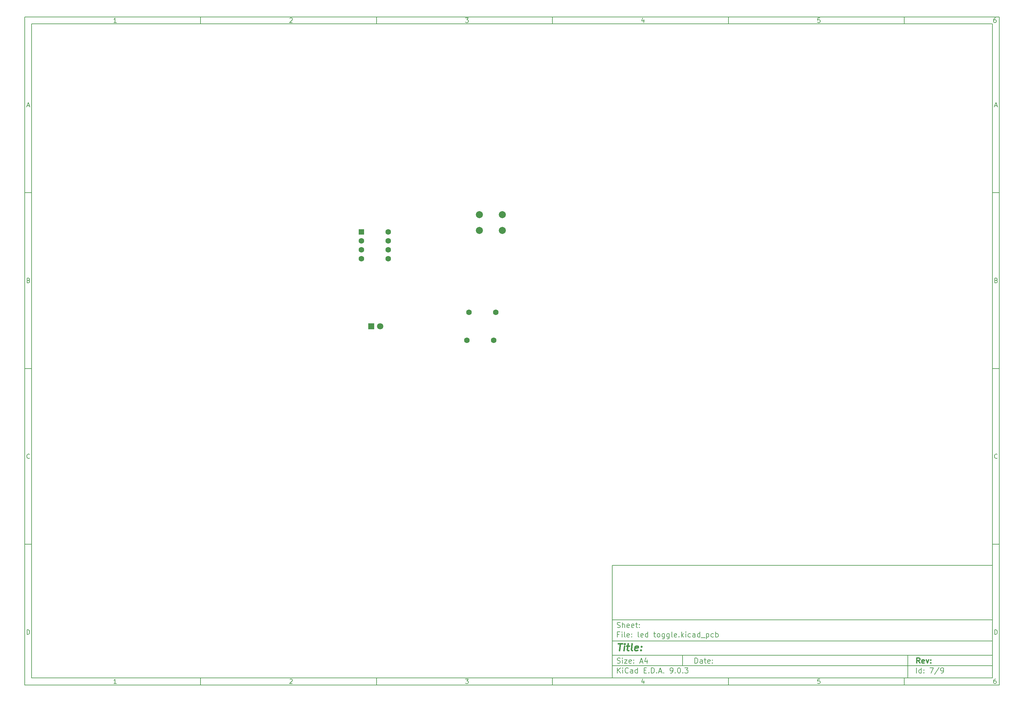
<source format=gbr>
%TF.GenerationSoftware,KiCad,Pcbnew,9.0.3*%
%TF.CreationDate,2025-07-31T01:26:59+05:30*%
%TF.ProjectId,led toggle,6c656420-746f-4676-976c-652e6b696361,rev?*%
%TF.SameCoordinates,Original*%
%TF.FileFunction,Soldermask,Top*%
%TF.FilePolarity,Negative*%
%FSLAX46Y46*%
G04 Gerber Fmt 4.6, Leading zero omitted, Abs format (unit mm)*
G04 Created by KiCad (PCBNEW 9.0.3) date 2025-07-31 01:26:59*
%MOMM*%
%LPD*%
G01*
G04 APERTURE LIST*
G04 Aperture macros list*
%AMRoundRect*
0 Rectangle with rounded corners*
0 $1 Rounding radius*
0 $2 $3 $4 $5 $6 $7 $8 $9 X,Y pos of 4 corners*
0 Add a 4 corners polygon primitive as box body*
4,1,4,$2,$3,$4,$5,$6,$7,$8,$9,$2,$3,0*
0 Add four circle primitives for the rounded corners*
1,1,$1+$1,$2,$3*
1,1,$1+$1,$4,$5*
1,1,$1+$1,$6,$7*
1,1,$1+$1,$8,$9*
0 Add four rect primitives between the rounded corners*
20,1,$1+$1,$2,$3,$4,$5,0*
20,1,$1+$1,$4,$5,$6,$7,0*
20,1,$1+$1,$6,$7,$8,$9,0*
20,1,$1+$1,$8,$9,$2,$3,0*%
G04 Aperture macros list end*
%ADD10C,0.100000*%
%ADD11C,0.150000*%
%ADD12C,0.300000*%
%ADD13C,0.400000*%
%ADD14C,1.600000*%
%ADD15RoundRect,0.250000X-0.550000X-0.550000X0.550000X-0.550000X0.550000X0.550000X-0.550000X0.550000X0*%
%ADD16C,2.000000*%
%ADD17R,1.800000X1.800000*%
%ADD18C,1.800000*%
G04 APERTURE END LIST*
D10*
D11*
X177002200Y-166007200D02*
X285002200Y-166007200D01*
X285002200Y-198007200D01*
X177002200Y-198007200D01*
X177002200Y-166007200D01*
D10*
D11*
X10000000Y-10000000D02*
X287002200Y-10000000D01*
X287002200Y-200007200D01*
X10000000Y-200007200D01*
X10000000Y-10000000D01*
D10*
D11*
X12000000Y-12000000D02*
X285002200Y-12000000D01*
X285002200Y-198007200D01*
X12000000Y-198007200D01*
X12000000Y-12000000D01*
D10*
D11*
X60000000Y-12000000D02*
X60000000Y-10000000D01*
D10*
D11*
X110000000Y-12000000D02*
X110000000Y-10000000D01*
D10*
D11*
X160000000Y-12000000D02*
X160000000Y-10000000D01*
D10*
D11*
X210000000Y-12000000D02*
X210000000Y-10000000D01*
D10*
D11*
X260000000Y-12000000D02*
X260000000Y-10000000D01*
D10*
D11*
X36089160Y-11593604D02*
X35346303Y-11593604D01*
X35717731Y-11593604D02*
X35717731Y-10293604D01*
X35717731Y-10293604D02*
X35593922Y-10479319D01*
X35593922Y-10479319D02*
X35470112Y-10603128D01*
X35470112Y-10603128D02*
X35346303Y-10665033D01*
D10*
D11*
X85346303Y-10417414D02*
X85408207Y-10355509D01*
X85408207Y-10355509D02*
X85532017Y-10293604D01*
X85532017Y-10293604D02*
X85841541Y-10293604D01*
X85841541Y-10293604D02*
X85965350Y-10355509D01*
X85965350Y-10355509D02*
X86027255Y-10417414D01*
X86027255Y-10417414D02*
X86089160Y-10541223D01*
X86089160Y-10541223D02*
X86089160Y-10665033D01*
X86089160Y-10665033D02*
X86027255Y-10850747D01*
X86027255Y-10850747D02*
X85284398Y-11593604D01*
X85284398Y-11593604D02*
X86089160Y-11593604D01*
D10*
D11*
X135284398Y-10293604D02*
X136089160Y-10293604D01*
X136089160Y-10293604D02*
X135655826Y-10788842D01*
X135655826Y-10788842D02*
X135841541Y-10788842D01*
X135841541Y-10788842D02*
X135965350Y-10850747D01*
X135965350Y-10850747D02*
X136027255Y-10912652D01*
X136027255Y-10912652D02*
X136089160Y-11036461D01*
X136089160Y-11036461D02*
X136089160Y-11345985D01*
X136089160Y-11345985D02*
X136027255Y-11469795D01*
X136027255Y-11469795D02*
X135965350Y-11531700D01*
X135965350Y-11531700D02*
X135841541Y-11593604D01*
X135841541Y-11593604D02*
X135470112Y-11593604D01*
X135470112Y-11593604D02*
X135346303Y-11531700D01*
X135346303Y-11531700D02*
X135284398Y-11469795D01*
D10*
D11*
X185965350Y-10726938D02*
X185965350Y-11593604D01*
X185655826Y-10231700D02*
X185346303Y-11160271D01*
X185346303Y-11160271D02*
X186151064Y-11160271D01*
D10*
D11*
X236027255Y-10293604D02*
X235408207Y-10293604D01*
X235408207Y-10293604D02*
X235346303Y-10912652D01*
X235346303Y-10912652D02*
X235408207Y-10850747D01*
X235408207Y-10850747D02*
X235532017Y-10788842D01*
X235532017Y-10788842D02*
X235841541Y-10788842D01*
X235841541Y-10788842D02*
X235965350Y-10850747D01*
X235965350Y-10850747D02*
X236027255Y-10912652D01*
X236027255Y-10912652D02*
X236089160Y-11036461D01*
X236089160Y-11036461D02*
X236089160Y-11345985D01*
X236089160Y-11345985D02*
X236027255Y-11469795D01*
X236027255Y-11469795D02*
X235965350Y-11531700D01*
X235965350Y-11531700D02*
X235841541Y-11593604D01*
X235841541Y-11593604D02*
X235532017Y-11593604D01*
X235532017Y-11593604D02*
X235408207Y-11531700D01*
X235408207Y-11531700D02*
X235346303Y-11469795D01*
D10*
D11*
X285965350Y-10293604D02*
X285717731Y-10293604D01*
X285717731Y-10293604D02*
X285593922Y-10355509D01*
X285593922Y-10355509D02*
X285532017Y-10417414D01*
X285532017Y-10417414D02*
X285408207Y-10603128D01*
X285408207Y-10603128D02*
X285346303Y-10850747D01*
X285346303Y-10850747D02*
X285346303Y-11345985D01*
X285346303Y-11345985D02*
X285408207Y-11469795D01*
X285408207Y-11469795D02*
X285470112Y-11531700D01*
X285470112Y-11531700D02*
X285593922Y-11593604D01*
X285593922Y-11593604D02*
X285841541Y-11593604D01*
X285841541Y-11593604D02*
X285965350Y-11531700D01*
X285965350Y-11531700D02*
X286027255Y-11469795D01*
X286027255Y-11469795D02*
X286089160Y-11345985D01*
X286089160Y-11345985D02*
X286089160Y-11036461D01*
X286089160Y-11036461D02*
X286027255Y-10912652D01*
X286027255Y-10912652D02*
X285965350Y-10850747D01*
X285965350Y-10850747D02*
X285841541Y-10788842D01*
X285841541Y-10788842D02*
X285593922Y-10788842D01*
X285593922Y-10788842D02*
X285470112Y-10850747D01*
X285470112Y-10850747D02*
X285408207Y-10912652D01*
X285408207Y-10912652D02*
X285346303Y-11036461D01*
D10*
D11*
X60000000Y-198007200D02*
X60000000Y-200007200D01*
D10*
D11*
X110000000Y-198007200D02*
X110000000Y-200007200D01*
D10*
D11*
X160000000Y-198007200D02*
X160000000Y-200007200D01*
D10*
D11*
X210000000Y-198007200D02*
X210000000Y-200007200D01*
D10*
D11*
X260000000Y-198007200D02*
X260000000Y-200007200D01*
D10*
D11*
X36089160Y-199600804D02*
X35346303Y-199600804D01*
X35717731Y-199600804D02*
X35717731Y-198300804D01*
X35717731Y-198300804D02*
X35593922Y-198486519D01*
X35593922Y-198486519D02*
X35470112Y-198610328D01*
X35470112Y-198610328D02*
X35346303Y-198672233D01*
D10*
D11*
X85346303Y-198424614D02*
X85408207Y-198362709D01*
X85408207Y-198362709D02*
X85532017Y-198300804D01*
X85532017Y-198300804D02*
X85841541Y-198300804D01*
X85841541Y-198300804D02*
X85965350Y-198362709D01*
X85965350Y-198362709D02*
X86027255Y-198424614D01*
X86027255Y-198424614D02*
X86089160Y-198548423D01*
X86089160Y-198548423D02*
X86089160Y-198672233D01*
X86089160Y-198672233D02*
X86027255Y-198857947D01*
X86027255Y-198857947D02*
X85284398Y-199600804D01*
X85284398Y-199600804D02*
X86089160Y-199600804D01*
D10*
D11*
X135284398Y-198300804D02*
X136089160Y-198300804D01*
X136089160Y-198300804D02*
X135655826Y-198796042D01*
X135655826Y-198796042D02*
X135841541Y-198796042D01*
X135841541Y-198796042D02*
X135965350Y-198857947D01*
X135965350Y-198857947D02*
X136027255Y-198919852D01*
X136027255Y-198919852D02*
X136089160Y-199043661D01*
X136089160Y-199043661D02*
X136089160Y-199353185D01*
X136089160Y-199353185D02*
X136027255Y-199476995D01*
X136027255Y-199476995D02*
X135965350Y-199538900D01*
X135965350Y-199538900D02*
X135841541Y-199600804D01*
X135841541Y-199600804D02*
X135470112Y-199600804D01*
X135470112Y-199600804D02*
X135346303Y-199538900D01*
X135346303Y-199538900D02*
X135284398Y-199476995D01*
D10*
D11*
X185965350Y-198734138D02*
X185965350Y-199600804D01*
X185655826Y-198238900D02*
X185346303Y-199167471D01*
X185346303Y-199167471D02*
X186151064Y-199167471D01*
D10*
D11*
X236027255Y-198300804D02*
X235408207Y-198300804D01*
X235408207Y-198300804D02*
X235346303Y-198919852D01*
X235346303Y-198919852D02*
X235408207Y-198857947D01*
X235408207Y-198857947D02*
X235532017Y-198796042D01*
X235532017Y-198796042D02*
X235841541Y-198796042D01*
X235841541Y-198796042D02*
X235965350Y-198857947D01*
X235965350Y-198857947D02*
X236027255Y-198919852D01*
X236027255Y-198919852D02*
X236089160Y-199043661D01*
X236089160Y-199043661D02*
X236089160Y-199353185D01*
X236089160Y-199353185D02*
X236027255Y-199476995D01*
X236027255Y-199476995D02*
X235965350Y-199538900D01*
X235965350Y-199538900D02*
X235841541Y-199600804D01*
X235841541Y-199600804D02*
X235532017Y-199600804D01*
X235532017Y-199600804D02*
X235408207Y-199538900D01*
X235408207Y-199538900D02*
X235346303Y-199476995D01*
D10*
D11*
X285965350Y-198300804D02*
X285717731Y-198300804D01*
X285717731Y-198300804D02*
X285593922Y-198362709D01*
X285593922Y-198362709D02*
X285532017Y-198424614D01*
X285532017Y-198424614D02*
X285408207Y-198610328D01*
X285408207Y-198610328D02*
X285346303Y-198857947D01*
X285346303Y-198857947D02*
X285346303Y-199353185D01*
X285346303Y-199353185D02*
X285408207Y-199476995D01*
X285408207Y-199476995D02*
X285470112Y-199538900D01*
X285470112Y-199538900D02*
X285593922Y-199600804D01*
X285593922Y-199600804D02*
X285841541Y-199600804D01*
X285841541Y-199600804D02*
X285965350Y-199538900D01*
X285965350Y-199538900D02*
X286027255Y-199476995D01*
X286027255Y-199476995D02*
X286089160Y-199353185D01*
X286089160Y-199353185D02*
X286089160Y-199043661D01*
X286089160Y-199043661D02*
X286027255Y-198919852D01*
X286027255Y-198919852D02*
X285965350Y-198857947D01*
X285965350Y-198857947D02*
X285841541Y-198796042D01*
X285841541Y-198796042D02*
X285593922Y-198796042D01*
X285593922Y-198796042D02*
X285470112Y-198857947D01*
X285470112Y-198857947D02*
X285408207Y-198919852D01*
X285408207Y-198919852D02*
X285346303Y-199043661D01*
D10*
D11*
X10000000Y-60000000D02*
X12000000Y-60000000D01*
D10*
D11*
X10000000Y-110000000D02*
X12000000Y-110000000D01*
D10*
D11*
X10000000Y-160000000D02*
X12000000Y-160000000D01*
D10*
D11*
X10690476Y-35222176D02*
X11309523Y-35222176D01*
X10566666Y-35593604D02*
X10999999Y-34293604D01*
X10999999Y-34293604D02*
X11433333Y-35593604D01*
D10*
D11*
X11092857Y-84912652D02*
X11278571Y-84974557D01*
X11278571Y-84974557D02*
X11340476Y-85036461D01*
X11340476Y-85036461D02*
X11402380Y-85160271D01*
X11402380Y-85160271D02*
X11402380Y-85345985D01*
X11402380Y-85345985D02*
X11340476Y-85469795D01*
X11340476Y-85469795D02*
X11278571Y-85531700D01*
X11278571Y-85531700D02*
X11154761Y-85593604D01*
X11154761Y-85593604D02*
X10659523Y-85593604D01*
X10659523Y-85593604D02*
X10659523Y-84293604D01*
X10659523Y-84293604D02*
X11092857Y-84293604D01*
X11092857Y-84293604D02*
X11216666Y-84355509D01*
X11216666Y-84355509D02*
X11278571Y-84417414D01*
X11278571Y-84417414D02*
X11340476Y-84541223D01*
X11340476Y-84541223D02*
X11340476Y-84665033D01*
X11340476Y-84665033D02*
X11278571Y-84788842D01*
X11278571Y-84788842D02*
X11216666Y-84850747D01*
X11216666Y-84850747D02*
X11092857Y-84912652D01*
X11092857Y-84912652D02*
X10659523Y-84912652D01*
D10*
D11*
X11402380Y-135469795D02*
X11340476Y-135531700D01*
X11340476Y-135531700D02*
X11154761Y-135593604D01*
X11154761Y-135593604D02*
X11030952Y-135593604D01*
X11030952Y-135593604D02*
X10845238Y-135531700D01*
X10845238Y-135531700D02*
X10721428Y-135407890D01*
X10721428Y-135407890D02*
X10659523Y-135284080D01*
X10659523Y-135284080D02*
X10597619Y-135036461D01*
X10597619Y-135036461D02*
X10597619Y-134850747D01*
X10597619Y-134850747D02*
X10659523Y-134603128D01*
X10659523Y-134603128D02*
X10721428Y-134479319D01*
X10721428Y-134479319D02*
X10845238Y-134355509D01*
X10845238Y-134355509D02*
X11030952Y-134293604D01*
X11030952Y-134293604D02*
X11154761Y-134293604D01*
X11154761Y-134293604D02*
X11340476Y-134355509D01*
X11340476Y-134355509D02*
X11402380Y-134417414D01*
D10*
D11*
X10659523Y-185593604D02*
X10659523Y-184293604D01*
X10659523Y-184293604D02*
X10969047Y-184293604D01*
X10969047Y-184293604D02*
X11154761Y-184355509D01*
X11154761Y-184355509D02*
X11278571Y-184479319D01*
X11278571Y-184479319D02*
X11340476Y-184603128D01*
X11340476Y-184603128D02*
X11402380Y-184850747D01*
X11402380Y-184850747D02*
X11402380Y-185036461D01*
X11402380Y-185036461D02*
X11340476Y-185284080D01*
X11340476Y-185284080D02*
X11278571Y-185407890D01*
X11278571Y-185407890D02*
X11154761Y-185531700D01*
X11154761Y-185531700D02*
X10969047Y-185593604D01*
X10969047Y-185593604D02*
X10659523Y-185593604D01*
D10*
D11*
X287002200Y-60000000D02*
X285002200Y-60000000D01*
D10*
D11*
X287002200Y-110000000D02*
X285002200Y-110000000D01*
D10*
D11*
X287002200Y-160000000D02*
X285002200Y-160000000D01*
D10*
D11*
X285692676Y-35222176D02*
X286311723Y-35222176D01*
X285568866Y-35593604D02*
X286002199Y-34293604D01*
X286002199Y-34293604D02*
X286435533Y-35593604D01*
D10*
D11*
X286095057Y-84912652D02*
X286280771Y-84974557D01*
X286280771Y-84974557D02*
X286342676Y-85036461D01*
X286342676Y-85036461D02*
X286404580Y-85160271D01*
X286404580Y-85160271D02*
X286404580Y-85345985D01*
X286404580Y-85345985D02*
X286342676Y-85469795D01*
X286342676Y-85469795D02*
X286280771Y-85531700D01*
X286280771Y-85531700D02*
X286156961Y-85593604D01*
X286156961Y-85593604D02*
X285661723Y-85593604D01*
X285661723Y-85593604D02*
X285661723Y-84293604D01*
X285661723Y-84293604D02*
X286095057Y-84293604D01*
X286095057Y-84293604D02*
X286218866Y-84355509D01*
X286218866Y-84355509D02*
X286280771Y-84417414D01*
X286280771Y-84417414D02*
X286342676Y-84541223D01*
X286342676Y-84541223D02*
X286342676Y-84665033D01*
X286342676Y-84665033D02*
X286280771Y-84788842D01*
X286280771Y-84788842D02*
X286218866Y-84850747D01*
X286218866Y-84850747D02*
X286095057Y-84912652D01*
X286095057Y-84912652D02*
X285661723Y-84912652D01*
D10*
D11*
X286404580Y-135469795D02*
X286342676Y-135531700D01*
X286342676Y-135531700D02*
X286156961Y-135593604D01*
X286156961Y-135593604D02*
X286033152Y-135593604D01*
X286033152Y-135593604D02*
X285847438Y-135531700D01*
X285847438Y-135531700D02*
X285723628Y-135407890D01*
X285723628Y-135407890D02*
X285661723Y-135284080D01*
X285661723Y-135284080D02*
X285599819Y-135036461D01*
X285599819Y-135036461D02*
X285599819Y-134850747D01*
X285599819Y-134850747D02*
X285661723Y-134603128D01*
X285661723Y-134603128D02*
X285723628Y-134479319D01*
X285723628Y-134479319D02*
X285847438Y-134355509D01*
X285847438Y-134355509D02*
X286033152Y-134293604D01*
X286033152Y-134293604D02*
X286156961Y-134293604D01*
X286156961Y-134293604D02*
X286342676Y-134355509D01*
X286342676Y-134355509D02*
X286404580Y-134417414D01*
D10*
D11*
X285661723Y-185593604D02*
X285661723Y-184293604D01*
X285661723Y-184293604D02*
X285971247Y-184293604D01*
X285971247Y-184293604D02*
X286156961Y-184355509D01*
X286156961Y-184355509D02*
X286280771Y-184479319D01*
X286280771Y-184479319D02*
X286342676Y-184603128D01*
X286342676Y-184603128D02*
X286404580Y-184850747D01*
X286404580Y-184850747D02*
X286404580Y-185036461D01*
X286404580Y-185036461D02*
X286342676Y-185284080D01*
X286342676Y-185284080D02*
X286280771Y-185407890D01*
X286280771Y-185407890D02*
X286156961Y-185531700D01*
X286156961Y-185531700D02*
X285971247Y-185593604D01*
X285971247Y-185593604D02*
X285661723Y-185593604D01*
D10*
D11*
X200458026Y-193793328D02*
X200458026Y-192293328D01*
X200458026Y-192293328D02*
X200815169Y-192293328D01*
X200815169Y-192293328D02*
X201029455Y-192364757D01*
X201029455Y-192364757D02*
X201172312Y-192507614D01*
X201172312Y-192507614D02*
X201243741Y-192650471D01*
X201243741Y-192650471D02*
X201315169Y-192936185D01*
X201315169Y-192936185D02*
X201315169Y-193150471D01*
X201315169Y-193150471D02*
X201243741Y-193436185D01*
X201243741Y-193436185D02*
X201172312Y-193579042D01*
X201172312Y-193579042D02*
X201029455Y-193721900D01*
X201029455Y-193721900D02*
X200815169Y-193793328D01*
X200815169Y-193793328D02*
X200458026Y-193793328D01*
X202600884Y-193793328D02*
X202600884Y-193007614D01*
X202600884Y-193007614D02*
X202529455Y-192864757D01*
X202529455Y-192864757D02*
X202386598Y-192793328D01*
X202386598Y-192793328D02*
X202100884Y-192793328D01*
X202100884Y-192793328D02*
X201958026Y-192864757D01*
X202600884Y-193721900D02*
X202458026Y-193793328D01*
X202458026Y-193793328D02*
X202100884Y-193793328D01*
X202100884Y-193793328D02*
X201958026Y-193721900D01*
X201958026Y-193721900D02*
X201886598Y-193579042D01*
X201886598Y-193579042D02*
X201886598Y-193436185D01*
X201886598Y-193436185D02*
X201958026Y-193293328D01*
X201958026Y-193293328D02*
X202100884Y-193221900D01*
X202100884Y-193221900D02*
X202458026Y-193221900D01*
X202458026Y-193221900D02*
X202600884Y-193150471D01*
X203100884Y-192793328D02*
X203672312Y-192793328D01*
X203315169Y-192293328D02*
X203315169Y-193579042D01*
X203315169Y-193579042D02*
X203386598Y-193721900D01*
X203386598Y-193721900D02*
X203529455Y-193793328D01*
X203529455Y-193793328D02*
X203672312Y-193793328D01*
X204743741Y-193721900D02*
X204600884Y-193793328D01*
X204600884Y-193793328D02*
X204315170Y-193793328D01*
X204315170Y-193793328D02*
X204172312Y-193721900D01*
X204172312Y-193721900D02*
X204100884Y-193579042D01*
X204100884Y-193579042D02*
X204100884Y-193007614D01*
X204100884Y-193007614D02*
X204172312Y-192864757D01*
X204172312Y-192864757D02*
X204315170Y-192793328D01*
X204315170Y-192793328D02*
X204600884Y-192793328D01*
X204600884Y-192793328D02*
X204743741Y-192864757D01*
X204743741Y-192864757D02*
X204815170Y-193007614D01*
X204815170Y-193007614D02*
X204815170Y-193150471D01*
X204815170Y-193150471D02*
X204100884Y-193293328D01*
X205458026Y-193650471D02*
X205529455Y-193721900D01*
X205529455Y-193721900D02*
X205458026Y-193793328D01*
X205458026Y-193793328D02*
X205386598Y-193721900D01*
X205386598Y-193721900D02*
X205458026Y-193650471D01*
X205458026Y-193650471D02*
X205458026Y-193793328D01*
X205458026Y-192864757D02*
X205529455Y-192936185D01*
X205529455Y-192936185D02*
X205458026Y-193007614D01*
X205458026Y-193007614D02*
X205386598Y-192936185D01*
X205386598Y-192936185D02*
X205458026Y-192864757D01*
X205458026Y-192864757D02*
X205458026Y-193007614D01*
D10*
D11*
X177002200Y-194507200D02*
X285002200Y-194507200D01*
D10*
D11*
X178458026Y-196593328D02*
X178458026Y-195093328D01*
X179315169Y-196593328D02*
X178672312Y-195736185D01*
X179315169Y-195093328D02*
X178458026Y-195950471D01*
X179958026Y-196593328D02*
X179958026Y-195593328D01*
X179958026Y-195093328D02*
X179886598Y-195164757D01*
X179886598Y-195164757D02*
X179958026Y-195236185D01*
X179958026Y-195236185D02*
X180029455Y-195164757D01*
X180029455Y-195164757D02*
X179958026Y-195093328D01*
X179958026Y-195093328D02*
X179958026Y-195236185D01*
X181529455Y-196450471D02*
X181458027Y-196521900D01*
X181458027Y-196521900D02*
X181243741Y-196593328D01*
X181243741Y-196593328D02*
X181100884Y-196593328D01*
X181100884Y-196593328D02*
X180886598Y-196521900D01*
X180886598Y-196521900D02*
X180743741Y-196379042D01*
X180743741Y-196379042D02*
X180672312Y-196236185D01*
X180672312Y-196236185D02*
X180600884Y-195950471D01*
X180600884Y-195950471D02*
X180600884Y-195736185D01*
X180600884Y-195736185D02*
X180672312Y-195450471D01*
X180672312Y-195450471D02*
X180743741Y-195307614D01*
X180743741Y-195307614D02*
X180886598Y-195164757D01*
X180886598Y-195164757D02*
X181100884Y-195093328D01*
X181100884Y-195093328D02*
X181243741Y-195093328D01*
X181243741Y-195093328D02*
X181458027Y-195164757D01*
X181458027Y-195164757D02*
X181529455Y-195236185D01*
X182815170Y-196593328D02*
X182815170Y-195807614D01*
X182815170Y-195807614D02*
X182743741Y-195664757D01*
X182743741Y-195664757D02*
X182600884Y-195593328D01*
X182600884Y-195593328D02*
X182315170Y-195593328D01*
X182315170Y-195593328D02*
X182172312Y-195664757D01*
X182815170Y-196521900D02*
X182672312Y-196593328D01*
X182672312Y-196593328D02*
X182315170Y-196593328D01*
X182315170Y-196593328D02*
X182172312Y-196521900D01*
X182172312Y-196521900D02*
X182100884Y-196379042D01*
X182100884Y-196379042D02*
X182100884Y-196236185D01*
X182100884Y-196236185D02*
X182172312Y-196093328D01*
X182172312Y-196093328D02*
X182315170Y-196021900D01*
X182315170Y-196021900D02*
X182672312Y-196021900D01*
X182672312Y-196021900D02*
X182815170Y-195950471D01*
X184172313Y-196593328D02*
X184172313Y-195093328D01*
X184172313Y-196521900D02*
X184029455Y-196593328D01*
X184029455Y-196593328D02*
X183743741Y-196593328D01*
X183743741Y-196593328D02*
X183600884Y-196521900D01*
X183600884Y-196521900D02*
X183529455Y-196450471D01*
X183529455Y-196450471D02*
X183458027Y-196307614D01*
X183458027Y-196307614D02*
X183458027Y-195879042D01*
X183458027Y-195879042D02*
X183529455Y-195736185D01*
X183529455Y-195736185D02*
X183600884Y-195664757D01*
X183600884Y-195664757D02*
X183743741Y-195593328D01*
X183743741Y-195593328D02*
X184029455Y-195593328D01*
X184029455Y-195593328D02*
X184172313Y-195664757D01*
X186029455Y-195807614D02*
X186529455Y-195807614D01*
X186743741Y-196593328D02*
X186029455Y-196593328D01*
X186029455Y-196593328D02*
X186029455Y-195093328D01*
X186029455Y-195093328D02*
X186743741Y-195093328D01*
X187386598Y-196450471D02*
X187458027Y-196521900D01*
X187458027Y-196521900D02*
X187386598Y-196593328D01*
X187386598Y-196593328D02*
X187315170Y-196521900D01*
X187315170Y-196521900D02*
X187386598Y-196450471D01*
X187386598Y-196450471D02*
X187386598Y-196593328D01*
X188100884Y-196593328D02*
X188100884Y-195093328D01*
X188100884Y-195093328D02*
X188458027Y-195093328D01*
X188458027Y-195093328D02*
X188672313Y-195164757D01*
X188672313Y-195164757D02*
X188815170Y-195307614D01*
X188815170Y-195307614D02*
X188886599Y-195450471D01*
X188886599Y-195450471D02*
X188958027Y-195736185D01*
X188958027Y-195736185D02*
X188958027Y-195950471D01*
X188958027Y-195950471D02*
X188886599Y-196236185D01*
X188886599Y-196236185D02*
X188815170Y-196379042D01*
X188815170Y-196379042D02*
X188672313Y-196521900D01*
X188672313Y-196521900D02*
X188458027Y-196593328D01*
X188458027Y-196593328D02*
X188100884Y-196593328D01*
X189600884Y-196450471D02*
X189672313Y-196521900D01*
X189672313Y-196521900D02*
X189600884Y-196593328D01*
X189600884Y-196593328D02*
X189529456Y-196521900D01*
X189529456Y-196521900D02*
X189600884Y-196450471D01*
X189600884Y-196450471D02*
X189600884Y-196593328D01*
X190243742Y-196164757D02*
X190958028Y-196164757D01*
X190100885Y-196593328D02*
X190600885Y-195093328D01*
X190600885Y-195093328D02*
X191100885Y-196593328D01*
X191600884Y-196450471D02*
X191672313Y-196521900D01*
X191672313Y-196521900D02*
X191600884Y-196593328D01*
X191600884Y-196593328D02*
X191529456Y-196521900D01*
X191529456Y-196521900D02*
X191600884Y-196450471D01*
X191600884Y-196450471D02*
X191600884Y-196593328D01*
X193529456Y-196593328D02*
X193815170Y-196593328D01*
X193815170Y-196593328D02*
X193958027Y-196521900D01*
X193958027Y-196521900D02*
X194029456Y-196450471D01*
X194029456Y-196450471D02*
X194172313Y-196236185D01*
X194172313Y-196236185D02*
X194243742Y-195950471D01*
X194243742Y-195950471D02*
X194243742Y-195379042D01*
X194243742Y-195379042D02*
X194172313Y-195236185D01*
X194172313Y-195236185D02*
X194100885Y-195164757D01*
X194100885Y-195164757D02*
X193958027Y-195093328D01*
X193958027Y-195093328D02*
X193672313Y-195093328D01*
X193672313Y-195093328D02*
X193529456Y-195164757D01*
X193529456Y-195164757D02*
X193458027Y-195236185D01*
X193458027Y-195236185D02*
X193386599Y-195379042D01*
X193386599Y-195379042D02*
X193386599Y-195736185D01*
X193386599Y-195736185D02*
X193458027Y-195879042D01*
X193458027Y-195879042D02*
X193529456Y-195950471D01*
X193529456Y-195950471D02*
X193672313Y-196021900D01*
X193672313Y-196021900D02*
X193958027Y-196021900D01*
X193958027Y-196021900D02*
X194100885Y-195950471D01*
X194100885Y-195950471D02*
X194172313Y-195879042D01*
X194172313Y-195879042D02*
X194243742Y-195736185D01*
X194886598Y-196450471D02*
X194958027Y-196521900D01*
X194958027Y-196521900D02*
X194886598Y-196593328D01*
X194886598Y-196593328D02*
X194815170Y-196521900D01*
X194815170Y-196521900D02*
X194886598Y-196450471D01*
X194886598Y-196450471D02*
X194886598Y-196593328D01*
X195886599Y-195093328D02*
X196029456Y-195093328D01*
X196029456Y-195093328D02*
X196172313Y-195164757D01*
X196172313Y-195164757D02*
X196243742Y-195236185D01*
X196243742Y-195236185D02*
X196315170Y-195379042D01*
X196315170Y-195379042D02*
X196386599Y-195664757D01*
X196386599Y-195664757D02*
X196386599Y-196021900D01*
X196386599Y-196021900D02*
X196315170Y-196307614D01*
X196315170Y-196307614D02*
X196243742Y-196450471D01*
X196243742Y-196450471D02*
X196172313Y-196521900D01*
X196172313Y-196521900D02*
X196029456Y-196593328D01*
X196029456Y-196593328D02*
X195886599Y-196593328D01*
X195886599Y-196593328D02*
X195743742Y-196521900D01*
X195743742Y-196521900D02*
X195672313Y-196450471D01*
X195672313Y-196450471D02*
X195600884Y-196307614D01*
X195600884Y-196307614D02*
X195529456Y-196021900D01*
X195529456Y-196021900D02*
X195529456Y-195664757D01*
X195529456Y-195664757D02*
X195600884Y-195379042D01*
X195600884Y-195379042D02*
X195672313Y-195236185D01*
X195672313Y-195236185D02*
X195743742Y-195164757D01*
X195743742Y-195164757D02*
X195886599Y-195093328D01*
X197029455Y-196450471D02*
X197100884Y-196521900D01*
X197100884Y-196521900D02*
X197029455Y-196593328D01*
X197029455Y-196593328D02*
X196958027Y-196521900D01*
X196958027Y-196521900D02*
X197029455Y-196450471D01*
X197029455Y-196450471D02*
X197029455Y-196593328D01*
X197600884Y-195093328D02*
X198529456Y-195093328D01*
X198529456Y-195093328D02*
X198029456Y-195664757D01*
X198029456Y-195664757D02*
X198243741Y-195664757D01*
X198243741Y-195664757D02*
X198386599Y-195736185D01*
X198386599Y-195736185D02*
X198458027Y-195807614D01*
X198458027Y-195807614D02*
X198529456Y-195950471D01*
X198529456Y-195950471D02*
X198529456Y-196307614D01*
X198529456Y-196307614D02*
X198458027Y-196450471D01*
X198458027Y-196450471D02*
X198386599Y-196521900D01*
X198386599Y-196521900D02*
X198243741Y-196593328D01*
X198243741Y-196593328D02*
X197815170Y-196593328D01*
X197815170Y-196593328D02*
X197672313Y-196521900D01*
X197672313Y-196521900D02*
X197600884Y-196450471D01*
D10*
D11*
X177002200Y-191507200D02*
X285002200Y-191507200D01*
D10*
D12*
X264413853Y-193785528D02*
X263913853Y-193071242D01*
X263556710Y-193785528D02*
X263556710Y-192285528D01*
X263556710Y-192285528D02*
X264128139Y-192285528D01*
X264128139Y-192285528D02*
X264270996Y-192356957D01*
X264270996Y-192356957D02*
X264342425Y-192428385D01*
X264342425Y-192428385D02*
X264413853Y-192571242D01*
X264413853Y-192571242D02*
X264413853Y-192785528D01*
X264413853Y-192785528D02*
X264342425Y-192928385D01*
X264342425Y-192928385D02*
X264270996Y-192999814D01*
X264270996Y-192999814D02*
X264128139Y-193071242D01*
X264128139Y-193071242D02*
X263556710Y-193071242D01*
X265628139Y-193714100D02*
X265485282Y-193785528D01*
X265485282Y-193785528D02*
X265199568Y-193785528D01*
X265199568Y-193785528D02*
X265056710Y-193714100D01*
X265056710Y-193714100D02*
X264985282Y-193571242D01*
X264985282Y-193571242D02*
X264985282Y-192999814D01*
X264985282Y-192999814D02*
X265056710Y-192856957D01*
X265056710Y-192856957D02*
X265199568Y-192785528D01*
X265199568Y-192785528D02*
X265485282Y-192785528D01*
X265485282Y-192785528D02*
X265628139Y-192856957D01*
X265628139Y-192856957D02*
X265699568Y-192999814D01*
X265699568Y-192999814D02*
X265699568Y-193142671D01*
X265699568Y-193142671D02*
X264985282Y-193285528D01*
X266199567Y-192785528D02*
X266556710Y-193785528D01*
X266556710Y-193785528D02*
X266913853Y-192785528D01*
X267485281Y-193642671D02*
X267556710Y-193714100D01*
X267556710Y-193714100D02*
X267485281Y-193785528D01*
X267485281Y-193785528D02*
X267413853Y-193714100D01*
X267413853Y-193714100D02*
X267485281Y-193642671D01*
X267485281Y-193642671D02*
X267485281Y-193785528D01*
X267485281Y-192856957D02*
X267556710Y-192928385D01*
X267556710Y-192928385D02*
X267485281Y-192999814D01*
X267485281Y-192999814D02*
X267413853Y-192928385D01*
X267413853Y-192928385D02*
X267485281Y-192856957D01*
X267485281Y-192856957D02*
X267485281Y-192999814D01*
D10*
D11*
X178386598Y-193721900D02*
X178600884Y-193793328D01*
X178600884Y-193793328D02*
X178958026Y-193793328D01*
X178958026Y-193793328D02*
X179100884Y-193721900D01*
X179100884Y-193721900D02*
X179172312Y-193650471D01*
X179172312Y-193650471D02*
X179243741Y-193507614D01*
X179243741Y-193507614D02*
X179243741Y-193364757D01*
X179243741Y-193364757D02*
X179172312Y-193221900D01*
X179172312Y-193221900D02*
X179100884Y-193150471D01*
X179100884Y-193150471D02*
X178958026Y-193079042D01*
X178958026Y-193079042D02*
X178672312Y-193007614D01*
X178672312Y-193007614D02*
X178529455Y-192936185D01*
X178529455Y-192936185D02*
X178458026Y-192864757D01*
X178458026Y-192864757D02*
X178386598Y-192721900D01*
X178386598Y-192721900D02*
X178386598Y-192579042D01*
X178386598Y-192579042D02*
X178458026Y-192436185D01*
X178458026Y-192436185D02*
X178529455Y-192364757D01*
X178529455Y-192364757D02*
X178672312Y-192293328D01*
X178672312Y-192293328D02*
X179029455Y-192293328D01*
X179029455Y-192293328D02*
X179243741Y-192364757D01*
X179886597Y-193793328D02*
X179886597Y-192793328D01*
X179886597Y-192293328D02*
X179815169Y-192364757D01*
X179815169Y-192364757D02*
X179886597Y-192436185D01*
X179886597Y-192436185D02*
X179958026Y-192364757D01*
X179958026Y-192364757D02*
X179886597Y-192293328D01*
X179886597Y-192293328D02*
X179886597Y-192436185D01*
X180458026Y-192793328D02*
X181243741Y-192793328D01*
X181243741Y-192793328D02*
X180458026Y-193793328D01*
X180458026Y-193793328D02*
X181243741Y-193793328D01*
X182386598Y-193721900D02*
X182243741Y-193793328D01*
X182243741Y-193793328D02*
X181958027Y-193793328D01*
X181958027Y-193793328D02*
X181815169Y-193721900D01*
X181815169Y-193721900D02*
X181743741Y-193579042D01*
X181743741Y-193579042D02*
X181743741Y-193007614D01*
X181743741Y-193007614D02*
X181815169Y-192864757D01*
X181815169Y-192864757D02*
X181958027Y-192793328D01*
X181958027Y-192793328D02*
X182243741Y-192793328D01*
X182243741Y-192793328D02*
X182386598Y-192864757D01*
X182386598Y-192864757D02*
X182458027Y-193007614D01*
X182458027Y-193007614D02*
X182458027Y-193150471D01*
X182458027Y-193150471D02*
X181743741Y-193293328D01*
X183100883Y-193650471D02*
X183172312Y-193721900D01*
X183172312Y-193721900D02*
X183100883Y-193793328D01*
X183100883Y-193793328D02*
X183029455Y-193721900D01*
X183029455Y-193721900D02*
X183100883Y-193650471D01*
X183100883Y-193650471D02*
X183100883Y-193793328D01*
X183100883Y-192864757D02*
X183172312Y-192936185D01*
X183172312Y-192936185D02*
X183100883Y-193007614D01*
X183100883Y-193007614D02*
X183029455Y-192936185D01*
X183029455Y-192936185D02*
X183100883Y-192864757D01*
X183100883Y-192864757D02*
X183100883Y-193007614D01*
X184886598Y-193364757D02*
X185600884Y-193364757D01*
X184743741Y-193793328D02*
X185243741Y-192293328D01*
X185243741Y-192293328D02*
X185743741Y-193793328D01*
X186886598Y-192793328D02*
X186886598Y-193793328D01*
X186529455Y-192221900D02*
X186172312Y-193293328D01*
X186172312Y-193293328D02*
X187100883Y-193293328D01*
D10*
D11*
X263458026Y-196593328D02*
X263458026Y-195093328D01*
X264815170Y-196593328D02*
X264815170Y-195093328D01*
X264815170Y-196521900D02*
X264672312Y-196593328D01*
X264672312Y-196593328D02*
X264386598Y-196593328D01*
X264386598Y-196593328D02*
X264243741Y-196521900D01*
X264243741Y-196521900D02*
X264172312Y-196450471D01*
X264172312Y-196450471D02*
X264100884Y-196307614D01*
X264100884Y-196307614D02*
X264100884Y-195879042D01*
X264100884Y-195879042D02*
X264172312Y-195736185D01*
X264172312Y-195736185D02*
X264243741Y-195664757D01*
X264243741Y-195664757D02*
X264386598Y-195593328D01*
X264386598Y-195593328D02*
X264672312Y-195593328D01*
X264672312Y-195593328D02*
X264815170Y-195664757D01*
X265529455Y-196450471D02*
X265600884Y-196521900D01*
X265600884Y-196521900D02*
X265529455Y-196593328D01*
X265529455Y-196593328D02*
X265458027Y-196521900D01*
X265458027Y-196521900D02*
X265529455Y-196450471D01*
X265529455Y-196450471D02*
X265529455Y-196593328D01*
X265529455Y-195664757D02*
X265600884Y-195736185D01*
X265600884Y-195736185D02*
X265529455Y-195807614D01*
X265529455Y-195807614D02*
X265458027Y-195736185D01*
X265458027Y-195736185D02*
X265529455Y-195664757D01*
X265529455Y-195664757D02*
X265529455Y-195807614D01*
X267243741Y-195093328D02*
X268243741Y-195093328D01*
X268243741Y-195093328D02*
X267600884Y-196593328D01*
X269886598Y-195021900D02*
X268600884Y-196950471D01*
X270458027Y-196593328D02*
X270743741Y-196593328D01*
X270743741Y-196593328D02*
X270886598Y-196521900D01*
X270886598Y-196521900D02*
X270958027Y-196450471D01*
X270958027Y-196450471D02*
X271100884Y-196236185D01*
X271100884Y-196236185D02*
X271172313Y-195950471D01*
X271172313Y-195950471D02*
X271172313Y-195379042D01*
X271172313Y-195379042D02*
X271100884Y-195236185D01*
X271100884Y-195236185D02*
X271029456Y-195164757D01*
X271029456Y-195164757D02*
X270886598Y-195093328D01*
X270886598Y-195093328D02*
X270600884Y-195093328D01*
X270600884Y-195093328D02*
X270458027Y-195164757D01*
X270458027Y-195164757D02*
X270386598Y-195236185D01*
X270386598Y-195236185D02*
X270315170Y-195379042D01*
X270315170Y-195379042D02*
X270315170Y-195736185D01*
X270315170Y-195736185D02*
X270386598Y-195879042D01*
X270386598Y-195879042D02*
X270458027Y-195950471D01*
X270458027Y-195950471D02*
X270600884Y-196021900D01*
X270600884Y-196021900D02*
X270886598Y-196021900D01*
X270886598Y-196021900D02*
X271029456Y-195950471D01*
X271029456Y-195950471D02*
X271100884Y-195879042D01*
X271100884Y-195879042D02*
X271172313Y-195736185D01*
D10*
D11*
X177002200Y-187507200D02*
X285002200Y-187507200D01*
D10*
D13*
X178693928Y-188211638D02*
X179836785Y-188211638D01*
X179015357Y-190211638D02*
X179265357Y-188211638D01*
X180253452Y-190211638D02*
X180420119Y-188878304D01*
X180503452Y-188211638D02*
X180396309Y-188306876D01*
X180396309Y-188306876D02*
X180479643Y-188402114D01*
X180479643Y-188402114D02*
X180586786Y-188306876D01*
X180586786Y-188306876D02*
X180503452Y-188211638D01*
X180503452Y-188211638D02*
X180479643Y-188402114D01*
X181086786Y-188878304D02*
X181848690Y-188878304D01*
X181455833Y-188211638D02*
X181241548Y-189925923D01*
X181241548Y-189925923D02*
X181312976Y-190116400D01*
X181312976Y-190116400D02*
X181491548Y-190211638D01*
X181491548Y-190211638D02*
X181682024Y-190211638D01*
X182634405Y-190211638D02*
X182455833Y-190116400D01*
X182455833Y-190116400D02*
X182384405Y-189925923D01*
X182384405Y-189925923D02*
X182598690Y-188211638D01*
X184170119Y-190116400D02*
X183967738Y-190211638D01*
X183967738Y-190211638D02*
X183586785Y-190211638D01*
X183586785Y-190211638D02*
X183408214Y-190116400D01*
X183408214Y-190116400D02*
X183336785Y-189925923D01*
X183336785Y-189925923D02*
X183432024Y-189164019D01*
X183432024Y-189164019D02*
X183551071Y-188973542D01*
X183551071Y-188973542D02*
X183753452Y-188878304D01*
X183753452Y-188878304D02*
X184134404Y-188878304D01*
X184134404Y-188878304D02*
X184312976Y-188973542D01*
X184312976Y-188973542D02*
X184384404Y-189164019D01*
X184384404Y-189164019D02*
X184360595Y-189354495D01*
X184360595Y-189354495D02*
X183384404Y-189544971D01*
X185134405Y-190021161D02*
X185217738Y-190116400D01*
X185217738Y-190116400D02*
X185110595Y-190211638D01*
X185110595Y-190211638D02*
X185027262Y-190116400D01*
X185027262Y-190116400D02*
X185134405Y-190021161D01*
X185134405Y-190021161D02*
X185110595Y-190211638D01*
X185265357Y-188973542D02*
X185348690Y-189068780D01*
X185348690Y-189068780D02*
X185241548Y-189164019D01*
X185241548Y-189164019D02*
X185158214Y-189068780D01*
X185158214Y-189068780D02*
X185265357Y-188973542D01*
X185265357Y-188973542D02*
X185241548Y-189164019D01*
D10*
D11*
X178958026Y-185607614D02*
X178458026Y-185607614D01*
X178458026Y-186393328D02*
X178458026Y-184893328D01*
X178458026Y-184893328D02*
X179172312Y-184893328D01*
X179743740Y-186393328D02*
X179743740Y-185393328D01*
X179743740Y-184893328D02*
X179672312Y-184964757D01*
X179672312Y-184964757D02*
X179743740Y-185036185D01*
X179743740Y-185036185D02*
X179815169Y-184964757D01*
X179815169Y-184964757D02*
X179743740Y-184893328D01*
X179743740Y-184893328D02*
X179743740Y-185036185D01*
X180672312Y-186393328D02*
X180529455Y-186321900D01*
X180529455Y-186321900D02*
X180458026Y-186179042D01*
X180458026Y-186179042D02*
X180458026Y-184893328D01*
X181815169Y-186321900D02*
X181672312Y-186393328D01*
X181672312Y-186393328D02*
X181386598Y-186393328D01*
X181386598Y-186393328D02*
X181243740Y-186321900D01*
X181243740Y-186321900D02*
X181172312Y-186179042D01*
X181172312Y-186179042D02*
X181172312Y-185607614D01*
X181172312Y-185607614D02*
X181243740Y-185464757D01*
X181243740Y-185464757D02*
X181386598Y-185393328D01*
X181386598Y-185393328D02*
X181672312Y-185393328D01*
X181672312Y-185393328D02*
X181815169Y-185464757D01*
X181815169Y-185464757D02*
X181886598Y-185607614D01*
X181886598Y-185607614D02*
X181886598Y-185750471D01*
X181886598Y-185750471D02*
X181172312Y-185893328D01*
X182529454Y-186250471D02*
X182600883Y-186321900D01*
X182600883Y-186321900D02*
X182529454Y-186393328D01*
X182529454Y-186393328D02*
X182458026Y-186321900D01*
X182458026Y-186321900D02*
X182529454Y-186250471D01*
X182529454Y-186250471D02*
X182529454Y-186393328D01*
X182529454Y-185464757D02*
X182600883Y-185536185D01*
X182600883Y-185536185D02*
X182529454Y-185607614D01*
X182529454Y-185607614D02*
X182458026Y-185536185D01*
X182458026Y-185536185D02*
X182529454Y-185464757D01*
X182529454Y-185464757D02*
X182529454Y-185607614D01*
X184600883Y-186393328D02*
X184458026Y-186321900D01*
X184458026Y-186321900D02*
X184386597Y-186179042D01*
X184386597Y-186179042D02*
X184386597Y-184893328D01*
X185743740Y-186321900D02*
X185600883Y-186393328D01*
X185600883Y-186393328D02*
X185315169Y-186393328D01*
X185315169Y-186393328D02*
X185172311Y-186321900D01*
X185172311Y-186321900D02*
X185100883Y-186179042D01*
X185100883Y-186179042D02*
X185100883Y-185607614D01*
X185100883Y-185607614D02*
X185172311Y-185464757D01*
X185172311Y-185464757D02*
X185315169Y-185393328D01*
X185315169Y-185393328D02*
X185600883Y-185393328D01*
X185600883Y-185393328D02*
X185743740Y-185464757D01*
X185743740Y-185464757D02*
X185815169Y-185607614D01*
X185815169Y-185607614D02*
X185815169Y-185750471D01*
X185815169Y-185750471D02*
X185100883Y-185893328D01*
X187100883Y-186393328D02*
X187100883Y-184893328D01*
X187100883Y-186321900D02*
X186958025Y-186393328D01*
X186958025Y-186393328D02*
X186672311Y-186393328D01*
X186672311Y-186393328D02*
X186529454Y-186321900D01*
X186529454Y-186321900D02*
X186458025Y-186250471D01*
X186458025Y-186250471D02*
X186386597Y-186107614D01*
X186386597Y-186107614D02*
X186386597Y-185679042D01*
X186386597Y-185679042D02*
X186458025Y-185536185D01*
X186458025Y-185536185D02*
X186529454Y-185464757D01*
X186529454Y-185464757D02*
X186672311Y-185393328D01*
X186672311Y-185393328D02*
X186958025Y-185393328D01*
X186958025Y-185393328D02*
X187100883Y-185464757D01*
X188743740Y-185393328D02*
X189315168Y-185393328D01*
X188958025Y-184893328D02*
X188958025Y-186179042D01*
X188958025Y-186179042D02*
X189029454Y-186321900D01*
X189029454Y-186321900D02*
X189172311Y-186393328D01*
X189172311Y-186393328D02*
X189315168Y-186393328D01*
X190029454Y-186393328D02*
X189886597Y-186321900D01*
X189886597Y-186321900D02*
X189815168Y-186250471D01*
X189815168Y-186250471D02*
X189743740Y-186107614D01*
X189743740Y-186107614D02*
X189743740Y-185679042D01*
X189743740Y-185679042D02*
X189815168Y-185536185D01*
X189815168Y-185536185D02*
X189886597Y-185464757D01*
X189886597Y-185464757D02*
X190029454Y-185393328D01*
X190029454Y-185393328D02*
X190243740Y-185393328D01*
X190243740Y-185393328D02*
X190386597Y-185464757D01*
X190386597Y-185464757D02*
X190458026Y-185536185D01*
X190458026Y-185536185D02*
X190529454Y-185679042D01*
X190529454Y-185679042D02*
X190529454Y-186107614D01*
X190529454Y-186107614D02*
X190458026Y-186250471D01*
X190458026Y-186250471D02*
X190386597Y-186321900D01*
X190386597Y-186321900D02*
X190243740Y-186393328D01*
X190243740Y-186393328D02*
X190029454Y-186393328D01*
X191815169Y-185393328D02*
X191815169Y-186607614D01*
X191815169Y-186607614D02*
X191743740Y-186750471D01*
X191743740Y-186750471D02*
X191672311Y-186821900D01*
X191672311Y-186821900D02*
X191529454Y-186893328D01*
X191529454Y-186893328D02*
X191315169Y-186893328D01*
X191315169Y-186893328D02*
X191172311Y-186821900D01*
X191815169Y-186321900D02*
X191672311Y-186393328D01*
X191672311Y-186393328D02*
X191386597Y-186393328D01*
X191386597Y-186393328D02*
X191243740Y-186321900D01*
X191243740Y-186321900D02*
X191172311Y-186250471D01*
X191172311Y-186250471D02*
X191100883Y-186107614D01*
X191100883Y-186107614D02*
X191100883Y-185679042D01*
X191100883Y-185679042D02*
X191172311Y-185536185D01*
X191172311Y-185536185D02*
X191243740Y-185464757D01*
X191243740Y-185464757D02*
X191386597Y-185393328D01*
X191386597Y-185393328D02*
X191672311Y-185393328D01*
X191672311Y-185393328D02*
X191815169Y-185464757D01*
X193172312Y-185393328D02*
X193172312Y-186607614D01*
X193172312Y-186607614D02*
X193100883Y-186750471D01*
X193100883Y-186750471D02*
X193029454Y-186821900D01*
X193029454Y-186821900D02*
X192886597Y-186893328D01*
X192886597Y-186893328D02*
X192672312Y-186893328D01*
X192672312Y-186893328D02*
X192529454Y-186821900D01*
X193172312Y-186321900D02*
X193029454Y-186393328D01*
X193029454Y-186393328D02*
X192743740Y-186393328D01*
X192743740Y-186393328D02*
X192600883Y-186321900D01*
X192600883Y-186321900D02*
X192529454Y-186250471D01*
X192529454Y-186250471D02*
X192458026Y-186107614D01*
X192458026Y-186107614D02*
X192458026Y-185679042D01*
X192458026Y-185679042D02*
X192529454Y-185536185D01*
X192529454Y-185536185D02*
X192600883Y-185464757D01*
X192600883Y-185464757D02*
X192743740Y-185393328D01*
X192743740Y-185393328D02*
X193029454Y-185393328D01*
X193029454Y-185393328D02*
X193172312Y-185464757D01*
X194100883Y-186393328D02*
X193958026Y-186321900D01*
X193958026Y-186321900D02*
X193886597Y-186179042D01*
X193886597Y-186179042D02*
X193886597Y-184893328D01*
X195243740Y-186321900D02*
X195100883Y-186393328D01*
X195100883Y-186393328D02*
X194815169Y-186393328D01*
X194815169Y-186393328D02*
X194672311Y-186321900D01*
X194672311Y-186321900D02*
X194600883Y-186179042D01*
X194600883Y-186179042D02*
X194600883Y-185607614D01*
X194600883Y-185607614D02*
X194672311Y-185464757D01*
X194672311Y-185464757D02*
X194815169Y-185393328D01*
X194815169Y-185393328D02*
X195100883Y-185393328D01*
X195100883Y-185393328D02*
X195243740Y-185464757D01*
X195243740Y-185464757D02*
X195315169Y-185607614D01*
X195315169Y-185607614D02*
X195315169Y-185750471D01*
X195315169Y-185750471D02*
X194600883Y-185893328D01*
X195958025Y-186250471D02*
X196029454Y-186321900D01*
X196029454Y-186321900D02*
X195958025Y-186393328D01*
X195958025Y-186393328D02*
X195886597Y-186321900D01*
X195886597Y-186321900D02*
X195958025Y-186250471D01*
X195958025Y-186250471D02*
X195958025Y-186393328D01*
X196672311Y-186393328D02*
X196672311Y-184893328D01*
X196815169Y-185821900D02*
X197243740Y-186393328D01*
X197243740Y-185393328D02*
X196672311Y-185964757D01*
X197886597Y-186393328D02*
X197886597Y-185393328D01*
X197886597Y-184893328D02*
X197815169Y-184964757D01*
X197815169Y-184964757D02*
X197886597Y-185036185D01*
X197886597Y-185036185D02*
X197958026Y-184964757D01*
X197958026Y-184964757D02*
X197886597Y-184893328D01*
X197886597Y-184893328D02*
X197886597Y-185036185D01*
X199243741Y-186321900D02*
X199100883Y-186393328D01*
X199100883Y-186393328D02*
X198815169Y-186393328D01*
X198815169Y-186393328D02*
X198672312Y-186321900D01*
X198672312Y-186321900D02*
X198600883Y-186250471D01*
X198600883Y-186250471D02*
X198529455Y-186107614D01*
X198529455Y-186107614D02*
X198529455Y-185679042D01*
X198529455Y-185679042D02*
X198600883Y-185536185D01*
X198600883Y-185536185D02*
X198672312Y-185464757D01*
X198672312Y-185464757D02*
X198815169Y-185393328D01*
X198815169Y-185393328D02*
X199100883Y-185393328D01*
X199100883Y-185393328D02*
X199243741Y-185464757D01*
X200529455Y-186393328D02*
X200529455Y-185607614D01*
X200529455Y-185607614D02*
X200458026Y-185464757D01*
X200458026Y-185464757D02*
X200315169Y-185393328D01*
X200315169Y-185393328D02*
X200029455Y-185393328D01*
X200029455Y-185393328D02*
X199886597Y-185464757D01*
X200529455Y-186321900D02*
X200386597Y-186393328D01*
X200386597Y-186393328D02*
X200029455Y-186393328D01*
X200029455Y-186393328D02*
X199886597Y-186321900D01*
X199886597Y-186321900D02*
X199815169Y-186179042D01*
X199815169Y-186179042D02*
X199815169Y-186036185D01*
X199815169Y-186036185D02*
X199886597Y-185893328D01*
X199886597Y-185893328D02*
X200029455Y-185821900D01*
X200029455Y-185821900D02*
X200386597Y-185821900D01*
X200386597Y-185821900D02*
X200529455Y-185750471D01*
X201886598Y-186393328D02*
X201886598Y-184893328D01*
X201886598Y-186321900D02*
X201743740Y-186393328D01*
X201743740Y-186393328D02*
X201458026Y-186393328D01*
X201458026Y-186393328D02*
X201315169Y-186321900D01*
X201315169Y-186321900D02*
X201243740Y-186250471D01*
X201243740Y-186250471D02*
X201172312Y-186107614D01*
X201172312Y-186107614D02*
X201172312Y-185679042D01*
X201172312Y-185679042D02*
X201243740Y-185536185D01*
X201243740Y-185536185D02*
X201315169Y-185464757D01*
X201315169Y-185464757D02*
X201458026Y-185393328D01*
X201458026Y-185393328D02*
X201743740Y-185393328D01*
X201743740Y-185393328D02*
X201886598Y-185464757D01*
X202243741Y-186536185D02*
X203386598Y-186536185D01*
X203743740Y-185393328D02*
X203743740Y-186893328D01*
X203743740Y-185464757D02*
X203886598Y-185393328D01*
X203886598Y-185393328D02*
X204172312Y-185393328D01*
X204172312Y-185393328D02*
X204315169Y-185464757D01*
X204315169Y-185464757D02*
X204386598Y-185536185D01*
X204386598Y-185536185D02*
X204458026Y-185679042D01*
X204458026Y-185679042D02*
X204458026Y-186107614D01*
X204458026Y-186107614D02*
X204386598Y-186250471D01*
X204386598Y-186250471D02*
X204315169Y-186321900D01*
X204315169Y-186321900D02*
X204172312Y-186393328D01*
X204172312Y-186393328D02*
X203886598Y-186393328D01*
X203886598Y-186393328D02*
X203743740Y-186321900D01*
X205743741Y-186321900D02*
X205600883Y-186393328D01*
X205600883Y-186393328D02*
X205315169Y-186393328D01*
X205315169Y-186393328D02*
X205172312Y-186321900D01*
X205172312Y-186321900D02*
X205100883Y-186250471D01*
X205100883Y-186250471D02*
X205029455Y-186107614D01*
X205029455Y-186107614D02*
X205029455Y-185679042D01*
X205029455Y-185679042D02*
X205100883Y-185536185D01*
X205100883Y-185536185D02*
X205172312Y-185464757D01*
X205172312Y-185464757D02*
X205315169Y-185393328D01*
X205315169Y-185393328D02*
X205600883Y-185393328D01*
X205600883Y-185393328D02*
X205743741Y-185464757D01*
X206386597Y-186393328D02*
X206386597Y-184893328D01*
X206386597Y-185464757D02*
X206529455Y-185393328D01*
X206529455Y-185393328D02*
X206815169Y-185393328D01*
X206815169Y-185393328D02*
X206958026Y-185464757D01*
X206958026Y-185464757D02*
X207029455Y-185536185D01*
X207029455Y-185536185D02*
X207100883Y-185679042D01*
X207100883Y-185679042D02*
X207100883Y-186107614D01*
X207100883Y-186107614D02*
X207029455Y-186250471D01*
X207029455Y-186250471D02*
X206958026Y-186321900D01*
X206958026Y-186321900D02*
X206815169Y-186393328D01*
X206815169Y-186393328D02*
X206529455Y-186393328D01*
X206529455Y-186393328D02*
X206386597Y-186321900D01*
D10*
D11*
X177002200Y-181507200D02*
X285002200Y-181507200D01*
D10*
D11*
X178386598Y-183621900D02*
X178600884Y-183693328D01*
X178600884Y-183693328D02*
X178958026Y-183693328D01*
X178958026Y-183693328D02*
X179100884Y-183621900D01*
X179100884Y-183621900D02*
X179172312Y-183550471D01*
X179172312Y-183550471D02*
X179243741Y-183407614D01*
X179243741Y-183407614D02*
X179243741Y-183264757D01*
X179243741Y-183264757D02*
X179172312Y-183121900D01*
X179172312Y-183121900D02*
X179100884Y-183050471D01*
X179100884Y-183050471D02*
X178958026Y-182979042D01*
X178958026Y-182979042D02*
X178672312Y-182907614D01*
X178672312Y-182907614D02*
X178529455Y-182836185D01*
X178529455Y-182836185D02*
X178458026Y-182764757D01*
X178458026Y-182764757D02*
X178386598Y-182621900D01*
X178386598Y-182621900D02*
X178386598Y-182479042D01*
X178386598Y-182479042D02*
X178458026Y-182336185D01*
X178458026Y-182336185D02*
X178529455Y-182264757D01*
X178529455Y-182264757D02*
X178672312Y-182193328D01*
X178672312Y-182193328D02*
X179029455Y-182193328D01*
X179029455Y-182193328D02*
X179243741Y-182264757D01*
X179886597Y-183693328D02*
X179886597Y-182193328D01*
X180529455Y-183693328D02*
X180529455Y-182907614D01*
X180529455Y-182907614D02*
X180458026Y-182764757D01*
X180458026Y-182764757D02*
X180315169Y-182693328D01*
X180315169Y-182693328D02*
X180100883Y-182693328D01*
X180100883Y-182693328D02*
X179958026Y-182764757D01*
X179958026Y-182764757D02*
X179886597Y-182836185D01*
X181815169Y-183621900D02*
X181672312Y-183693328D01*
X181672312Y-183693328D02*
X181386598Y-183693328D01*
X181386598Y-183693328D02*
X181243740Y-183621900D01*
X181243740Y-183621900D02*
X181172312Y-183479042D01*
X181172312Y-183479042D02*
X181172312Y-182907614D01*
X181172312Y-182907614D02*
X181243740Y-182764757D01*
X181243740Y-182764757D02*
X181386598Y-182693328D01*
X181386598Y-182693328D02*
X181672312Y-182693328D01*
X181672312Y-182693328D02*
X181815169Y-182764757D01*
X181815169Y-182764757D02*
X181886598Y-182907614D01*
X181886598Y-182907614D02*
X181886598Y-183050471D01*
X181886598Y-183050471D02*
X181172312Y-183193328D01*
X183100883Y-183621900D02*
X182958026Y-183693328D01*
X182958026Y-183693328D02*
X182672312Y-183693328D01*
X182672312Y-183693328D02*
X182529454Y-183621900D01*
X182529454Y-183621900D02*
X182458026Y-183479042D01*
X182458026Y-183479042D02*
X182458026Y-182907614D01*
X182458026Y-182907614D02*
X182529454Y-182764757D01*
X182529454Y-182764757D02*
X182672312Y-182693328D01*
X182672312Y-182693328D02*
X182958026Y-182693328D01*
X182958026Y-182693328D02*
X183100883Y-182764757D01*
X183100883Y-182764757D02*
X183172312Y-182907614D01*
X183172312Y-182907614D02*
X183172312Y-183050471D01*
X183172312Y-183050471D02*
X182458026Y-183193328D01*
X183600883Y-182693328D02*
X184172311Y-182693328D01*
X183815168Y-182193328D02*
X183815168Y-183479042D01*
X183815168Y-183479042D02*
X183886597Y-183621900D01*
X183886597Y-183621900D02*
X184029454Y-183693328D01*
X184029454Y-183693328D02*
X184172311Y-183693328D01*
X184672311Y-183550471D02*
X184743740Y-183621900D01*
X184743740Y-183621900D02*
X184672311Y-183693328D01*
X184672311Y-183693328D02*
X184600883Y-183621900D01*
X184600883Y-183621900D02*
X184672311Y-183550471D01*
X184672311Y-183550471D02*
X184672311Y-183693328D01*
X184672311Y-182764757D02*
X184743740Y-182836185D01*
X184743740Y-182836185D02*
X184672311Y-182907614D01*
X184672311Y-182907614D02*
X184600883Y-182836185D01*
X184600883Y-182836185D02*
X184672311Y-182764757D01*
X184672311Y-182764757D02*
X184672311Y-182907614D01*
D10*
D11*
X197002200Y-191507200D02*
X197002200Y-194507200D01*
D10*
D11*
X261002200Y-191507200D02*
X261002200Y-198007200D01*
D14*
%TO.C,R2*%
X135690000Y-102000000D03*
X143310000Y-102000000D03*
%TD*%
%TO.C,R1*%
X136270000Y-94030000D03*
X143890000Y-94030000D03*
%TD*%
D15*
%TO.C,U1*%
X105695000Y-71190000D03*
D14*
X105695000Y-73730000D03*
X105695000Y-76270000D03*
X105695000Y-78810000D03*
X113315000Y-78810000D03*
X113315000Y-76270000D03*
X113315000Y-73730000D03*
X113315000Y-71190000D03*
%TD*%
D16*
%TO.C,SW1*%
X139250000Y-66250000D03*
X145750000Y-66250000D03*
X139250000Y-70750000D03*
X145750000Y-70750000D03*
%TD*%
D17*
%TO.C,D1*%
X108500000Y-98000000D03*
D18*
X111040000Y-98000000D03*
%TD*%
M02*

</source>
